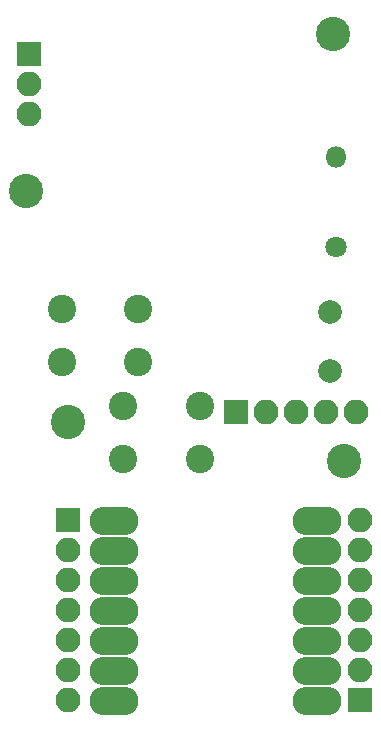
<source format=gts>
%TF.GenerationSoftware,KiCad,Pcbnew,7.0.1*%
%TF.CreationDate,2023-04-13T23:50:02-04:00*%
%TF.ProjectId,YakBak-soldering-kit,59616b42-616b-42d7-936f-6c646572696e,rev?*%
%TF.SameCoordinates,Original*%
%TF.FileFunction,Soldermask,Top*%
%TF.FilePolarity,Negative*%
%FSLAX46Y46*%
G04 Gerber Fmt 4.6, Leading zero omitted, Abs format (unit mm)*
G04 Created by KiCad (PCBNEW 7.0.1) date 2023-04-13 23:50:02*
%MOMM*%
%LPD*%
G01*
G04 APERTURE LIST*
G04 Aperture macros list*
%AMRoundRect*
0 Rectangle with rounded corners*
0 $1 Rounding radius*
0 $2 $3 $4 $5 $6 $7 $8 $9 X,Y pos of 4 corners*
0 Add a 4 corners polygon primitive as box body*
4,1,4,$2,$3,$4,$5,$6,$7,$8,$9,$2,$3,0*
0 Add four circle primitives for the rounded corners*
1,1,$1+$1,$2,$3*
1,1,$1+$1,$4,$5*
1,1,$1+$1,$6,$7*
1,1,$1+$1,$8,$9*
0 Add four rect primitives between the rounded corners*
20,1,$1+$1,$2,$3,$4,$5,0*
20,1,$1+$1,$4,$5,$6,$7,0*
20,1,$1+$1,$6,$7,$8,$9,0*
20,1,$1+$1,$8,$9,$2,$3,0*%
G04 Aperture macros list end*
%ADD10RoundRect,0.200000X0.850000X0.850000X-0.850000X0.850000X-0.850000X-0.850000X0.850000X-0.850000X0*%
%ADD11O,2.100000X2.100000*%
%ADD12C,2.400000*%
%ADD13RoundRect,0.200000X-0.850000X-0.850000X0.850000X-0.850000X0.850000X0.850000X-0.850000X0.850000X0*%
%ADD14RoundRect,1.200000X0.875000X0.000000X-0.875000X0.000000X-0.875000X0.000000X0.875000X0.000000X0*%
%ADD15C,2.900000*%
%ADD16C,2.000000*%
%ADD17C,1.800000*%
%ADD18O,1.800000X1.800000*%
%ADD19RoundRect,0.200000X-0.850000X0.850000X-0.850000X-0.850000X0.850000X-0.850000X0.850000X0.850000X0*%
G04 APERTURE END LIST*
D10*
%TO.C,J2*%
X122250000Y-109660000D03*
D11*
X122250000Y-107120000D03*
X122250000Y-104580000D03*
X122250000Y-102040000D03*
X122250000Y-99500000D03*
X122250000Y-96960000D03*
X122250000Y-94420000D03*
%TD*%
D12*
%TO.C,SW1*%
X97000000Y-76500000D03*
X103500000Y-76500000D03*
X97000000Y-81000000D03*
X103500000Y-81000000D03*
%TD*%
D13*
%TO.C,J1*%
X97500000Y-94420000D03*
D11*
X97500000Y-96960000D03*
X97500000Y-99500000D03*
X97500000Y-102040000D03*
X97500000Y-104580000D03*
X97500000Y-107120000D03*
X97500000Y-109660000D03*
%TD*%
D12*
%TO.C,SW2*%
X102212000Y-84750000D03*
X108712000Y-84750000D03*
X102212000Y-89250000D03*
X108712000Y-89250000D03*
%TD*%
D14*
%TO.C,U1*%
X118582500Y-109750700D03*
X118582500Y-107210700D03*
X118582500Y-104670700D03*
X118582500Y-102130700D03*
X118582500Y-99590700D03*
X118582500Y-97050700D03*
X118582500Y-94510700D03*
X101417500Y-94510700D03*
X101417500Y-97050700D03*
X101417500Y-99590700D03*
X101417500Y-102130700D03*
X101417500Y-104670700D03*
X101417500Y-107210700D03*
X101417500Y-109750700D03*
%TD*%
D15*
%TO.C,H4*%
X120000000Y-53250000D03*
%TD*%
%TO.C,H1*%
X120904000Y-89408000D03*
%TD*%
D16*
%TO.C,C1*%
X119750000Y-81750000D03*
X119750000Y-76750000D03*
%TD*%
D15*
%TO.C,H2*%
X94000000Y-66500000D03*
%TD*%
%TO.C,H3*%
X97536000Y-86106000D03*
%TD*%
D13*
%TO.C,U2*%
X94250000Y-54960000D03*
D11*
X94250000Y-57500000D03*
X94250000Y-60040000D03*
%TD*%
D17*
%TO.C,R1*%
X120250000Y-71310000D03*
D18*
X120250000Y-63690000D03*
%TD*%
D19*
%TO.C,U3*%
X111760000Y-85250000D03*
D11*
X114300000Y-85250000D03*
X116840000Y-85250000D03*
X119380000Y-85250000D03*
X121920000Y-85250000D03*
%TD*%
M02*

</source>
